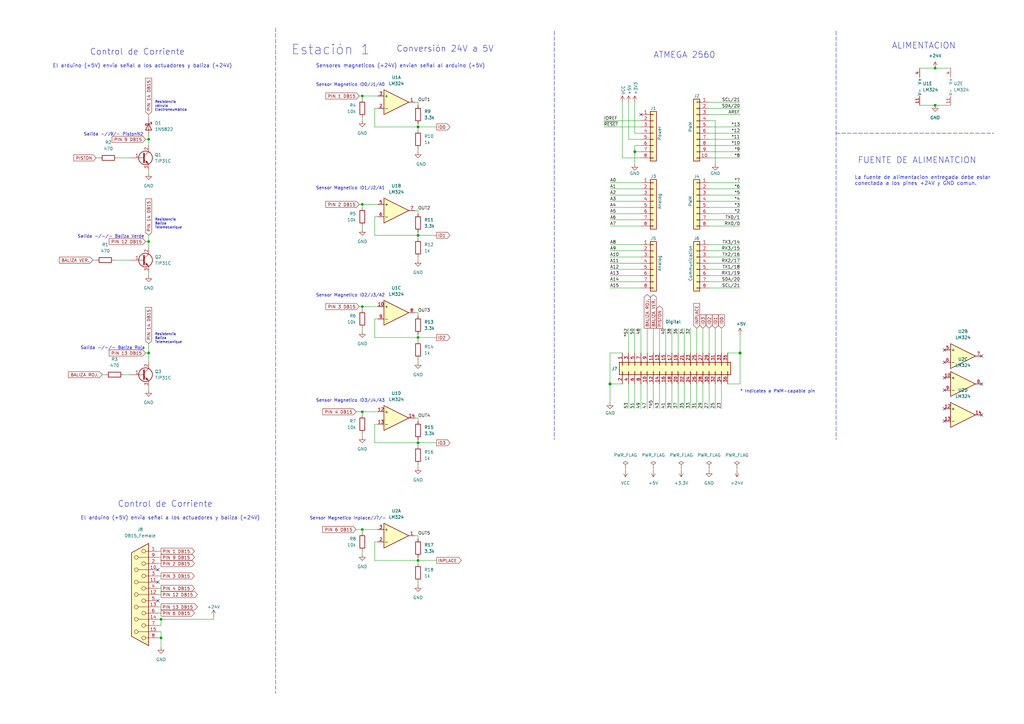
<source format=kicad_sch>
(kicad_sch (version 20211123) (generator eeschema)
  (paper "A3")
  (title_block (title "ESTACION 1 CINTA TRANSPORTADORA") (date "2022-08-11") (rev "Sebastian Parra M."))
  (lib_symbols
    (symbol "Amplifier_Operational:LM324" (pin_names (offset 0.127))
      (property "Reference" "U" (at 0 5.08 0))
      (property "Value" "LM324" (at 0 -5.08 0))
      (symbol "LM324_1_1"
        (pin output line (at 7.62 0 180) (length 2.54) (name "~") (number "1"))
        (pin input line (at -7.62 -2.54 0) (length 2.54) (name "-") (number "2"))
        (pin input line (at -7.62 2.54 0) (length 2.54) (name "+") (number "3"))
      )
      (symbol "LM324_2_1"
        (pin input line (at -7.62 2.54 0) (length 2.54) (name "+") (number "5"))
        (pin input line (at -7.62 -2.54 0) (length 2.54) (name "-") (number "6"))
        (pin output line (at 7.62 0 180) (length 2.54) (name "~") (number "7"))
      )
      (symbol "LM324_3_1"
        (pin input line (at -7.62 2.54 0) (length 2.54) (name "+") (number "10"))
        (pin output line (at 7.62 0 180) (length 2.54) (name "~") (number "8"))
        (pin input line (at -7.62 -2.54 0) (length 2.54) (name "-") (number "9"))
      )
      (symbol "LM324_4_1"
        (pin input line (at -7.62 2.54 0) (length 2.54) (name "+") (number "12"))
        (pin input line (at -7.62 -2.54 0) (length 2.54) (name "-") (number "13"))
        (pin output line (at 7.62 0 180) (length 2.54) (name "~") (number "14"))
      )
      (symbol "LM324_5_1"
        (pin power_in line (at -2.54 -7.62 90) (length 3.81) (name "V-") (number "11"))
        (pin power_in line (at -2.54 7.62 270) (length 3.81) (name "V+") (number "4"))
      )
    )
    (symbol "Connector:DB15_Female" (pin_names (offset 1.016) hide)
      (property "Reference" "J" (at 0.508 21.59 0))
      (property "Value" "DB15_Female" (at 0 -22.225 0))
      (symbol "DB15_Female_1_1"
        (pin passive line (at -7.62 17.78 0) (length 3.81) (name "1") (number "1"))
        (pin passive line (at -7.62 10.16 0) (length 3.81) (name "P10") (number "10"))
        (pin passive line (at -7.62 5.08 0) (length 3.81) (name "P111") (number "11"))
        (pin passive line (at -7.62 0 0) (length 3.81) (name "P12") (number "12"))
        (pin passive line (at -7.62 -5.08 0) (length 3.81) (name "P13") (number "13"))
        (pin passive line (at -7.62 -10.16 0) (length 3.81) (name "P14") (number "14"))
        (pin passive line (at -7.62 -15.24 0) (length 3.81) (name "P15") (number "15"))
        (pin passive line (at -7.62 12.7 0) (length 3.81) (name "2") (number "2"))
        (pin passive line (at -7.62 7.62 0) (length 3.81) (name "3") (number "3"))
        (pin passive line (at -7.62 2.54 0) (length 3.81) (name "4") (number "4"))
        (pin passive line (at -7.62 -2.54 0) (length 3.81) (name "5") (number "5"))
        (pin passive line (at -7.62 -7.62 0) (length 3.81) (name "6") (number "6"))
        (pin passive line (at -7.62 -12.7 0) (length 3.81) (name "7") (number "7"))
        (pin passive line (at -7.62 -17.78 0) (length 3.81) (name "8") (number "8"))
        (pin passive line (at -7.62 15.24 0) (length 3.81) (name "P9") (number "9"))
      )
    )
    (symbol "Connector_Generic:Conn_01x08" (pin_names (offset 1.016) hide)
      (property "Reference" "J" (at 0 10.16 0))
      (property "Value" "Conn_01x08" (at 0 -12.7 0))
      (symbol "Conn_01x08_1_1"
        (pin passive line (at -5.08 7.62 0) (length 3.81) (name "Pin_1") (number "1"))
        (pin passive line (at -5.08 5.08 0) (length 3.81) (name "Pin_2") (number "2"))
        (pin passive line (at -5.08 2.54 0) (length 3.81) (name "Pin_3") (number "3"))
        (pin passive line (at -5.08 0 0) (length 3.81) (name "Pin_4") (number "4"))
        (pin passive line (at -5.08 -2.54 0) (length 3.81) (name "Pin_5") (number "5"))
        (pin passive line (at -5.08 -5.08 0) (length 3.81) (name "Pin_6") (number "6"))
        (pin passive line (at -5.08 -7.62 0) (length 3.81) (name "Pin_7") (number "7"))
        (pin passive line (at -5.08 -10.16 0) (length 3.81) (name "Pin_8") (number "8"))
      )
    )
    (symbol "Connector_Generic:Conn_01x10" (pin_names (offset 1.016) hide)
      (property "Reference" "J" (at 0 12.7 0))
      (property "Value" "Conn_01x10" (at 0 -15.24 0))
      (symbol "Conn_01x10_1_1"
        (pin passive line (at -5.08 10.16 0) (length 3.81) (name "Pin_1") (number "1"))
        (pin passive line (at -5.08 -12.7 0) (length 3.81) (name "Pin_10") (number "10"))
        (pin passive line (at -5.08 7.62 0) (length 3.81) (name "Pin_2") (number "2"))
        (pin passive line (at -5.08 5.08 0) (length 3.81) (name "Pin_3") (number "3"))
        (pin passive line (at -5.08 2.54 0) (length 3.81) (name "Pin_4") (number "4"))
        (pin passive line (at -5.08 0 0) (length 3.81) (name "Pin_5") (number "5"))
        (pin passive line (at -5.08 -2.54 0) (length 3.81) (name "Pin_6") (number "6"))
        (pin passive line (at -5.08 -5.08 0) (length 3.81) (name "Pin_7") (number "7"))
        (pin passive line (at -5.08 -7.62 0) (length 3.81) (name "Pin_8") (number "8"))
        (pin passive line (at -5.08 -10.16 0) (length 3.81) (name "Pin_9") (number "9"))
      )
    )
    (symbol "Connector_Generic:Conn_02x18_Odd_Even" (pin_names (offset 1.016) hide)
      (property "Reference" "J" (at 1.27 22.86 0))
      (property "Value" "Conn_02x18_Odd_Even" (at 1.27 -25.4 0))
      (symbol "Conn_02x18_Odd_Even_1_1"
        (pin passive line (at -5.08 20.32 0) (length 3.81) (name "Pin_1") (number "1"))
        (pin passive line (at 7.62 10.16 180) (length 3.81) (name "Pin_10") (number "10"))
        (pin passive line (at -5.08 7.62 0) (length 3.81) (name "Pin_11") (number "11"))
        (pin passive line (at 7.62 7.62 180) (length 3.81) (name "Pin_12") (number "12"))
        (pin passive line (at -5.08 5.08 0) (length 3.81) (name "Pin_13") (number "13"))
        (pin passive line (at 7.62 5.08 180) (length 3.81) (name "Pin_14") (number "14"))
        (pin passive line (at -5.08 2.54 0) (length 3.81) (name "Pin_15") (number "15"))
        (pin passive line (at 7.62 2.54 180) (length 3.81) (name "Pin_16") (number "16"))
        (pin passive line (at -5.08 0 0) (length 3.81) (name "Pin_17") (number "17"))
        (pin passive line (at 7.62 0 180) (length 3.81) (name "Pin_18") (number "18"))
        (pin passive line (at -5.08 -2.54 0) (length 3.81) (name "Pin_19") (number "19"))
        (pin passive line (at 7.62 20.32 180) (length 3.81) (name "Pin_2") (number "2"))
        (pin passive line (at 7.62 -2.54 180) (length 3.81) (name "Pin_20") (number "20"))
        (pin passive line (at -5.08 -5.08 0) (length 3.81) (name "Pin_21") (number "21"))
        (pin passive line (at 7.62 -5.08 180) (length 3.81) (name "Pin_22") (number "22"))
        (pin passive line (at -5.08 -7.62 0) (length 3.81) (name "Pin_23") (number "23"))
        (pin passive line (at 7.62 -7.62 180) (length 3.81) (name "Pin_24") (number "24"))
        (pin passive line (at -5.08 -10.16 0) (length 3.81) (name "Pin_25") (number "25"))
        (pin passive line (at 7.62 -10.16 180) (length 3.81) (name "Pin_26") (number "26"))
        (pin passive line (at -5.08 -12.7 0) (length 3.81) (name "Pin_27") (number "27"))
        (pin passive line (at 7.62 -12.7 180) (length 3.81) (name "Pin_28") (number "28"))
        (pin passive line (at -5.08 -15.24 0) (length 3.81) (name "Pin_29") (number "29"))
        (pin passive line (at -5.08 17.78 0) (length 3.81) (name "Pin_3") (number "3"))
        (pin passive line (at 7.62 -15.24 180) (length 3.81) (name "Pin_30") (number "30"))
        (pin passive line (at -5.08 -17.78 0) (length 3.81) (name "Pin_31") (number "31"))
        (pin passive line (at 7.62 -17.78 180) (length 3.81) (name "Pin_32") (number "32"))
        (pin passive line (at -5.08 -20.32 0) (length 3.81) (name "Pin_33") (number "33"))
        (pin passive line (at 7.62 -20.32 180) (length 3.81) (name "Pin_34") (number "34"))
        (pin passive line (at -5.08 -22.86 0) (length 3.81) (name "Pin_35") (number "35"))
        (pin passive line (at 7.62 -22.86 180) (length 3.81) (name "Pin_36") (number "36"))
        (pin passive line (at 7.62 17.78 180) (length 3.81) (name "Pin_4") (number "4"))
        (pin passive line (at -5.08 15.24 0) (length 3.81) (name "Pin_5") (number "5"))
        (pin passive line (at 7.62 15.24 180) (length 3.81) (name "Pin_6") (number "6"))
        (pin passive line (at -5.08 12.7 0) (length 3.81) (name "Pin_7") (number "7"))
        (pin passive line (at 7.62 12.7 180) (length 3.81) (name "Pin_8") (number "8"))
        (pin passive line (at -5.08 10.16 0) (length 3.81) (name "Pin_9") (number "9"))
      )
    )
    (symbol "Device:R" (pin_numbers hide) (pin_names (offset 0))
      (property "Reference" "R" (at 2.032 0 90))
      (property "Value" "R" (at 0 0 90))
      (symbol "R_1_1"
        (pin passive line (at 0 3.81 270) (length 1.27) (name "~") (number "1"))
        (pin passive line (at 0 -3.81 90) (length 1.27) (name "~") (number "2"))
      )
    )
    (symbol "Diode:1N5822" (pin_numbers hide) (pin_names (offset 1.016) hide)
      (property "Reference" "D" (at 0 2.54 0))
      (property "Value" "1N5822" (at 0 -2.54 0))
      (symbol "1N5822_1_1"
        (pin passive line (at -3.81 0 0) (length 2.54) (name "K") (number "1"))
        (pin passive line (at 3.81 0 180) (length 2.54) (name "A") (number "2"))
      )
    )
    (symbol "Transistor_BJT:TIP41C" (pin_names (offset 0) hide)
      (property "Reference" "Q" (at 6.35 1.905 0))
      (property "Value" "TIP41C" (at 6.35 0 0))
      (symbol "TIP41C_1_1"
        (pin input line (at -5.08 0 0) (length 5.715) (name "B") (number "1"))
        (pin passive line (at 2.54 5.08 270) (length 2.54) (name "C") (number "2"))
        (pin passive line (at 2.54 -5.08 90) (length 2.54) (name "E") (number "3"))
      )
    )
    (symbol "power:+24V" (power) (pin_names (offset 0))
      (property "Value" "+24V" (at 0 3.556 0))
      (symbol "+24V_1_1"
        (pin power_in line (at 0 0 90) (length 0) hide (name "+24V") (number "1"))
      )
    )
    (symbol "power:+3.3V" (power) (pin_names (offset 0))
      (property "Value" "+3.3V" (at 0 3.556 0))
      (symbol "+3.3V_1_1"
        (pin power_in line (at 0 0 90) (length 0) hide (name "+3.3V") (number "1"))
      )
    )
    (symbol "power:+3V3" (power) (pin_names (offset 0))
      (property "Value" "+3V3" (at 0 3.556 0))
      (symbol "+3V3_1_1"
        (pin power_in line (at 0 0 90) (length 0) hide (name "+3V3") (number "1"))
      )
    )
    (symbol "power:+5V" (power) (pin_names (offset 0))
      (property "Value" "+5V" (at 0 3.556 0))
      (symbol "+5V_1_1"
        (pin power_in line (at 0 0 90) (length 0) hide (name "+5V") (number "1"))
      )
    )
    (symbol "power:GND" (power) (pin_names (offset 0))
      (property "Value" "GND" (at 0 -3.81 0))
      (symbol "GND_1_1"
        (pin power_in line (at 0 0 270) (length 0) hide (name "GND") (number "1"))
      )
    )
    (symbol "power:PWR_FLAG" (power) (pin_numbers hide) (pin_names (offset 0) hide)
      (property "Value" "PWR_FLAG" (at 0 3.81 0))
      (symbol "PWR_FLAG_0_0"
        (pin power_out line (at 0 0 90) (length 0) (name "pwr") (number "1"))
      )
    )
    (symbol "power:VCC" (power) (pin_names (offset 0))
      (property "Value" "VCC" (at 0 3.81 0))
      (symbol "VCC_1_1"
        (pin power_in line (at 0 0 90) (length 0) hide (name "VCC") (number "1"))
      )
    )
  )
  (junction (at 250.19 157.48) (diameter 1.016))
  (junction (at 148.59 217.17))
  (junction (at 148.59 83.82))
  (junction (at 60.96 99.06))
  (junction (at 148.59 125.73))
  (junction (at 171.45 52.07))
  (junction (at 260.35 62.23) (diameter 1.016))
  (junction (at 66.04 261.62))
  (junction (at 171.45 138.43))
  (junction (at 148.59 168.91))
  (junction (at 66.04 254))
  (junction (at 383.54 27.94))
  (junction (at 60.96 144.78))
  (junction (at 60.96 57.15))
  (junction (at 171.45 181.61))
  (junction (at 383.54 43.18))
  (junction (at 148.59 39.37))
  (junction (at 303.53 144.78) (diameter 1.016))
  (junction (at 171.45 96.52))
  (junction (at 171.45 229.87))
  (no_connect (at 64.77 246.38))
  (no_connect (at 64.77 238.76))
  (no_connect (at 387.35 172.72))
  (no_connect (at 387.35 148.59))
  (no_connect (at 402.59 170.18))
  (no_connect (at 402.59 157.48))
  (no_connect (at 387.35 160.02))
  (no_connect (at 387.35 167.64))
  (no_connect (at 387.35 143.51))
  (no_connect (at 387.35 154.94))
  (no_connect (at 402.59 146.05))
  (no_connect (at 64.77 233.68))
  (no_connect (at 262.89 46.99))
  (wire (pts (xy 290.83 92.71) (xy 303.53 92.71)))
  (polyline (pts (xy 342.9 12.7) (xy 342.9 180.34)))
  (wire (pts (xy 148.59 85.09) (xy 148.59 83.82)))
  (wire (pts (xy 377.19 43.18) (xy 383.54 43.18)))
  (wire (pts (xy 153.67 229.87) (xy 171.45 229.87)))
  (wire (pts (xy 279.4 191.77) (xy 279.4 193.04)))
  (wire (pts (xy 66.04 228.6) (xy 64.77 228.6)))
  (wire (pts (xy 250.19 92.71) (xy 262.89 92.71)))
  (wire (pts (xy 148.59 218.44) (xy 148.59 217.17)))
  (wire (pts (xy 153.67 96.52) (xy 171.45 96.52)))
  (wire (pts (xy 148.59 39.37) (xy 154.94 39.37)))
  (wire (pts (xy 290.83 59.69) (xy 303.53 59.69)))
  (wire (pts (xy 273.05 134.62) (xy 273.05 144.78)))
  (wire (pts (xy 59.69 99.06) (xy 60.96 99.06)))
  (wire (pts (xy 153.67 88.9) (xy 154.94 88.9)))
  (wire (pts (xy 66.04 243.84) (xy 64.77 243.84)))
  (wire (pts (xy 290.83 191.77) (xy 290.83 193.04)))
  (wire (pts (xy 290.83 41.91) (xy 303.53 41.91)))
  (wire (pts (xy 153.67 138.43) (xy 153.67 130.81)))
  (wire (pts (xy 275.59 134.62) (xy 275.59 144.78)))
  (wire (pts (xy 171.45 219.71) (xy 171.45 220.98)))
  (wire (pts (xy 303.53 144.78) (xy 303.53 157.48)))
  (wire (pts (xy 383.54 27.94) (xy 389.89 27.94)))
  (wire (pts (xy 66.04 261.62) (xy 66.04 265.43)))
  (wire (pts (xy 171.45 171.45) (xy 171.45 172.72)))
  (wire (pts (xy 255.27 144.78) (xy 250.19 144.78)))
  (wire (pts (xy 171.45 41.91) (xy 170.18 41.91)))
  (wire (pts (xy 48.26 64.77) (xy 53.34 64.77)))
  (wire (pts (xy 171.45 139.7) (xy 171.45 138.43)))
  (wire (pts (xy 179.07 96.52) (xy 171.45 96.52)))
  (wire (pts (xy 290.83 105.41) (xy 303.53 105.41)))
  (wire (pts (xy 260.35 59.69) (xy 260.35 62.23)))
  (wire (pts (xy 39.37 64.77) (xy 40.64 64.77)))
  (wire (pts (xy 171.45 228.6) (xy 171.45 229.87)))
  (wire (pts (xy 170.18 128.27) (xy 171.45 128.27)))
  (wire (pts (xy 171.45 240.03) (xy 171.45 238.76)))
  (wire (pts (xy 60.96 111.76) (xy 60.96 113.03)))
  (wire (pts (xy 278.13 157.48) (xy 278.13 167.64)))
  (wire (pts (xy 250.19 87.63) (xy 262.89 87.63)))
  (wire (pts (xy 147.32 125.73) (xy 148.59 125.73)))
  (wire (pts (xy 60.96 96.52) (xy 60.96 99.06)))
  (wire (pts (xy 148.59 227.33) (xy 148.59 226.06)))
  (wire (pts (xy 179.07 52.07) (xy 171.45 52.07)))
  (wire (pts (xy 283.21 134.62) (xy 283.21 144.78)))
  (wire (pts (xy 260.35 134.62) (xy 260.35 144.78)))
  (wire (pts (xy 295.91 134.62) (xy 295.91 144.78)))
  (wire (pts (xy 153.67 173.99) (xy 154.94 173.99)))
  (wire (pts (xy 147.32 39.37) (xy 148.59 39.37)))
  (wire (pts (xy 66.04 226.06) (xy 64.77 226.06)))
  (wire (pts (xy 260.35 62.23) (xy 260.35 67.31)))
  (wire (pts (xy 153.67 181.61) (xy 153.67 173.99)))
  (wire (pts (xy 290.83 157.48) (xy 290.83 167.64)))
  (polyline (pts (xy 113.03 11.43) (xy 113.03 284.48)))
  (wire (pts (xy 260.35 54.61) (xy 262.89 54.61)))
  (wire (pts (xy 66.04 251.46) (xy 64.77 251.46)))
  (wire (pts (xy 270.51 134.62) (xy 270.51 144.78)))
  (wire (pts (xy 153.67 222.25) (xy 154.94 222.25)))
  (wire (pts (xy 257.81 57.15) (xy 262.89 57.15)))
  (wire (pts (xy 280.67 157.48) (xy 280.67 167.64)))
  (polyline (pts (xy 342.9 54.61) (xy 407.67 54.61)))
  (wire (pts (xy 171.45 191.77) (xy 171.45 190.5)))
  (wire (pts (xy 257.81 41.91) (xy 257.81 57.15)))
  (wire (pts (xy 250.19 118.11) (xy 262.89 118.11)))
  (wire (pts (xy 265.43 157.48) (xy 265.43 167.64)))
  (wire (pts (xy 288.29 157.48) (xy 288.29 167.64)))
  (wire (pts (xy 60.96 55.88) (xy 60.96 57.15)))
  (wire (pts (xy 148.59 93.98) (xy 148.59 92.71)))
  (wire (pts (xy 290.83 52.07) (xy 303.53 52.07)))
  (wire (pts (xy 60.96 158.75) (xy 60.96 160.02)))
  (wire (pts (xy 260.35 41.91) (xy 260.35 54.61)))
  (wire (pts (xy 290.83 74.93) (xy 303.53 74.93)))
  (wire (pts (xy 38.1 106.68) (xy 39.37 106.68)))
  (wire (pts (xy 171.45 182.88) (xy 171.45 181.61)))
  (wire (pts (xy 262.89 74.93) (xy 250.19 74.93)))
  (wire (pts (xy 290.83 54.61) (xy 303.53 54.61)))
  (wire (pts (xy 262.89 115.57) (xy 250.19 115.57)))
  (wire (pts (xy 171.45 106.68) (xy 171.45 105.41)))
  (wire (pts (xy 290.83 77.47) (xy 303.53 77.47)))
  (wire (pts (xy 66.04 259.08) (xy 66.04 261.62)))
  (wire (pts (xy 50.8 153.67) (xy 53.34 153.67)))
  (wire (pts (xy 148.59 49.53) (xy 148.59 48.26)))
  (polyline (pts (xy 227.33 12.7) (xy 227.33 180.34)))
  (wire (pts (xy 290.83 113.03) (xy 303.53 113.03)))
  (wire (pts (xy 87.63 252.73) (xy 87.63 254)))
  (wire (pts (xy 64.77 261.62) (xy 66.04 261.62)))
  (wire (pts (xy 280.67 134.62) (xy 280.67 144.78)))
  (wire (pts (xy 250.19 144.78) (xy 250.19 157.48)))
  (wire (pts (xy 60.96 71.12) (xy 60.96 69.85)))
  (wire (pts (xy 148.59 179.07) (xy 148.59 177.8)))
  (wire (pts (xy 267.97 191.77) (xy 267.97 193.04)))
  (wire (pts (xy 265.43 134.62) (xy 265.43 144.78)))
  (wire (pts (xy 255.27 157.48) (xy 250.19 157.48)))
  (wire (pts (xy 179.07 181.61) (xy 171.45 181.61)))
  (wire (pts (xy 148.59 135.89) (xy 148.59 134.62)))
  (wire (pts (xy 60.96 46.99) (xy 60.96 48.26)))
  (wire (pts (xy 377.19 27.94) (xy 383.54 27.94)))
  (wire (pts (xy 290.83 62.23) (xy 303.53 62.23)))
  (wire (pts (xy 288.29 134.62) (xy 288.29 144.78)))
  (wire (pts (xy 59.69 144.78) (xy 60.96 144.78)))
  (wire (pts (xy 171.45 180.34) (xy 171.45 181.61)))
  (wire (pts (xy 285.75 134.62) (xy 285.75 144.78)))
  (wire (pts (xy 267.97 157.48) (xy 267.97 167.64)))
  (wire (pts (xy 285.75 157.48) (xy 285.75 167.64)))
  (wire (pts (xy 262.89 157.48) (xy 262.89 167.64)))
  (wire (pts (xy 293.37 134.62) (xy 293.37 144.78)))
  (wire (pts (xy 290.83 82.55) (xy 303.53 82.55)))
  (wire (pts (xy 148.59 217.17) (xy 154.94 217.17)))
  (wire (pts (xy 64.77 254) (xy 66.04 254)))
  (wire (pts (xy 273.05 157.48) (xy 273.05 167.64)))
  (wire (pts (xy 171.45 87.63) (xy 171.45 86.36)))
  (wire (pts (xy 267.97 134.62) (xy 267.97 144.78)))
  (wire (pts (xy 171.45 86.36) (xy 170.18 86.36)))
  (wire (pts (xy 66.04 231.14) (xy 64.77 231.14)))
  (wire (pts (xy 179.07 229.87) (xy 171.45 229.87)))
  (wire (pts (xy 247.65 49.53) (xy 262.89 49.53)))
  (wire (pts (xy 148.59 40.64) (xy 148.59 39.37)))
  (wire (pts (xy 153.67 96.52) (xy 153.67 88.9)))
  (wire (pts (xy 64.77 259.08) (xy 66.04 259.08)))
  (wire (pts (xy 171.45 62.23) (xy 171.45 60.96)))
  (wire (pts (xy 290.83 102.87) (xy 303.53 102.87)))
  (wire (pts (xy 303.53 137.16) (xy 303.53 144.78)))
  (wire (pts (xy 293.37 49.53) (xy 293.37 67.31)))
  (wire (pts (xy 66.04 248.92) (xy 64.77 248.92)))
  (wire (pts (xy 290.83 118.11) (xy 303.53 118.11)))
  (wire (pts (xy 148.59 168.91) (xy 154.94 168.91)))
  (wire (pts (xy 290.83 46.99) (xy 303.53 46.99)))
  (wire (pts (xy 298.45 144.78) (xy 303.53 144.78)))
  (wire (pts (xy 290.83 110.49) (xy 303.53 110.49)))
  (wire (pts (xy 171.45 50.8) (xy 171.45 52.07)))
  (wire (pts (xy 250.19 107.95) (xy 262.89 107.95)))
  (wire (pts (xy 262.89 80.01) (xy 250.19 80.01)))
  (wire (pts (xy 247.65 52.07) (xy 262.89 52.07)))
  (wire (pts (xy 290.83 100.33) (xy 303.53 100.33)))
  (wire (pts (xy 66.04 256.54) (xy 66.04 254)))
  (wire (pts (xy 262.89 62.23) (xy 260.35 62.23)))
  (wire (pts (xy 148.59 83.82) (xy 154.94 83.82)))
  (wire (pts (xy 60.96 99.06) (xy 60.96 101.6)))
  (wire (pts (xy 153.67 44.45) (xy 154.94 44.45)))
  (wire (pts (xy 171.45 128.27) (xy 171.45 129.54)))
  (wire (pts (xy 66.04 236.22) (xy 64.77 236.22)))
  (wire (pts (xy 153.67 52.07) (xy 171.45 52.07)))
  (wire (pts (xy 262.89 64.77) (xy 255.27 64.77)))
  (wire (pts (xy 257.81 134.62) (xy 257.81 144.78)))
  (wire (pts (xy 153.67 138.43) (xy 171.45 138.43)))
  (wire (pts (xy 250.19 77.47) (xy 262.89 77.47)))
  (wire (pts (xy 60.96 140.97) (xy 60.96 144.78)))
  (wire (pts (xy 260.35 157.48) (xy 260.35 167.64)))
  (wire (pts (xy 179.07 138.43) (xy 171.45 138.43)))
  (wire (pts (xy 171.45 231.14) (xy 171.45 229.87)))
  (wire (pts (xy 46.99 106.68) (xy 53.34 106.68)))
  (wire (pts (xy 283.21 157.48) (xy 283.21 167.64)))
  (wire (pts (xy 60.96 144.78) (xy 60.96 148.59)))
  (wire (pts (xy 262.89 105.41) (xy 250.19 105.41)))
  (wire (pts (xy 171.45 95.25) (xy 171.45 96.52)))
  (wire (pts (xy 257.81 157.48) (xy 257.81 167.64)))
  (wire (pts (xy 290.83 107.95) (xy 303.53 107.95)))
  (wire (pts (xy 290.83 49.53) (xy 293.37 49.53)))
  (wire (pts (xy 275.59 157.48) (xy 275.59 167.64)))
  (wire (pts (xy 171.45 137.16) (xy 171.45 138.43)))
  (wire (pts (xy 153.67 181.61) (xy 171.45 181.61)))
  (wire (pts (xy 153.67 229.87) (xy 153.67 222.25)))
  (wire (pts (xy 171.45 53.34) (xy 171.45 52.07)))
  (wire (pts (xy 262.89 59.69) (xy 260.35 59.69)))
  (wire (pts (xy 250.19 113.03) (xy 262.89 113.03)))
  (wire (pts (xy 147.32 83.82) (xy 148.59 83.82)))
  (wire (pts (xy 290.83 134.62) (xy 290.83 144.78)))
  (wire (pts (xy 66.04 254) (xy 87.63 254)))
  (wire (pts (xy 290.83 57.15) (xy 303.53 57.15)))
  (wire (pts (xy 170.18 219.71) (xy 171.45 219.71)))
  (wire (pts (xy 278.13 134.62) (xy 278.13 144.78)))
  (wire (pts (xy 170.18 171.45) (xy 171.45 171.45)))
  (wire (pts (xy 250.19 102.87) (xy 262.89 102.87)))
  (wire (pts (xy 148.59 170.18) (xy 148.59 168.91)))
  (wire (pts (xy 148.59 125.73) (xy 154.94 125.73)))
  (wire (pts (xy 290.83 80.01) (xy 303.53 80.01)))
  (wire (pts (xy 250.19 82.55) (xy 262.89 82.55)))
  (wire (pts (xy 262.89 134.62) (xy 262.89 144.78)))
  (wire (pts (xy 66.04 241.3) (xy 64.77 241.3)))
  (wire (pts (xy 290.83 115.57) (xy 303.53 115.57)))
  (wire (pts (xy 60.96 57.15) (xy 60.96 59.69)))
  (wire (pts (xy 59.69 57.15) (xy 60.96 57.15)))
  (wire (pts (xy 303.53 157.48) (xy 298.45 157.48)))
  (wire (pts (xy 302.26 191.77) (xy 302.26 193.04)))
  (wire (pts (xy 153.67 130.81) (xy 154.94 130.81)))
  (wire (pts (xy 262.89 100.33) (xy 250.19 100.33)))
  (wire (pts (xy 41.91 153.67) (xy 43.18 153.67)))
  (wire (pts (xy 295.91 157.48) (xy 295.91 167.64)))
  (wire (pts (xy 290.83 44.45) (xy 303.53 44.45)))
  (wire (pts (xy 293.37 157.48) (xy 293.37 167.64)))
  (wire (pts (xy 383.54 43.18) (xy 389.89 43.18)))
  (wire (pts (xy 290.83 87.63) (xy 303.53 87.63)))
  (wire (pts (xy 290.83 85.09) (xy 303.53 85.09)))
  (wire (pts (xy 270.51 157.48) (xy 270.51 167.64)))
  (wire (pts (xy 146.05 168.91) (xy 148.59 168.91)))
  (wire (pts (xy 171.45 43.18) (xy 171.45 41.91)))
  (wire (pts (xy 64.77 256.54) (xy 66.04 256.54)))
  (wire (pts (xy 171.45 97.79) (xy 171.45 96.52)))
  (wire (pts (xy 256.54 191.77) (xy 256.54 193.04)))
  (wire (pts (xy 146.05 217.17) (xy 148.59 217.17)))
  (wire (pts (xy 290.83 90.17) (xy 303.53 90.17)))
  (wire (pts (xy 262.89 110.49) (xy 250.19 110.49)))
  (wire (pts (xy 148.59 127) (xy 148.59 125.73)))
  (wire (pts (xy 255.27 64.77) (xy 255.27 41.91)))
  (wire (pts (xy 250.19 157.48) (xy 250.19 165.1)))
  (wire (pts (xy 262.89 90.17) (xy 250.19 90.17)))
  (wire (pts (xy 171.45 148.59) (xy 171.45 147.32)))
  (wire (pts (xy 153.67 52.07) (xy 153.67 44.45)))
  (wire (pts (xy 262.89 85.09) (xy 250.19 85.09)))
  (wire (pts (xy 290.83 64.77) (xy 303.53 64.77)))
  (text "Conversión 24V a 5V" (at 162.56 21.59 0) (effects (font (size 2.5 2.5)) (justify left bottom)))
  (text "Control de Corriente " (at 48.26 208.28 0) (effects (font (size 2.5 2.5)) (justify left bottom)))
  (text "Resistencia \nBaliza \nTelemecanique\n" (at 63.5 140.97 0) (effects (font (size 1 1)) (justify left bottom)))
  (text "Sensor Magnetico Inplace/J7/-" (at 127 213.36 0) (effects (font (size 1.27 1.27)) (justify left bottom)))
  (text "El arduino (+5V) envia señal a los actuadores y baliza (+24V)" (at 21.59 27.94 0) (effects (font (size 1.5 1.5)) (justify left bottom)))
  (text "Sensor Magnetico ID2/J3/A2" (at 129.54 121.92 0) (effects (font (size 1.27 1.27)) (justify left bottom)))
  (text "Resistencia \nBaliza \nTelemecanique\n" (at 63.5 93.98 0) (effects (font (size 1 1)) (justify left bottom)))
  (text "Sensor Magnetico ID1/J2/A1\n\n" (at 129.54 80.01 0) (effects (font (size 1.27 1.27)) (justify left bottom)))
  (text "El arduino (+5V) envia señal a los actuadores y baliza (+24V)" (at 33.02 213.36 0) (effects (font (size 1.5 1.5)) (justify left bottom)))
  (text "Estación 1" (at 119.38 22.86 0) (effects (font (size 4 4)) (justify left bottom)))
  (text "Salida -/-/- Baliza Verde" (at 31.75 97.79 0) (effects (font (size 1.27 1.27)) (justify left bottom)))
  (text "Sensor Magnetico ID0/J1/A0" (at 129.54 35.56 0) (effects (font (size 1.27 1.27)) (justify left bottom)))
  (text "Salida -/-/- Baliza Roja" (at 33.02 143.51 0) (effects (font (size 1.27 1.27)) (justify left bottom)))
  (text "Control de Corriente " (at 36.83 22.86 0) (effects (font (size 2.5 2.5)) (justify left bottom)))
  (text "Sensores magneticos (+24V) envian señal al arduino (+5V)" (at 129.54 27.94 0) (effects (font (size 1.5 1.5)) (justify left bottom)))
  (text "Resistencia \nválvula\nElectroneumática" (at 63.5 45.72 0) (effects (font (size 1 1)) (justify left bottom)))
  (text "FUENTE DE ALIMENATCION " (at 351.79 67.31 0) (effects (font (size 2.5 2.5)) (justify left bottom)))
  (text "ATMEGA 2560" (at 267.97 24.13 0) (effects (font (size 2.5 2.5)) (justify left bottom)))
  (text "Salida -/J9/- PistonN2" (at 34.29 55.88 0) (effects (font (size 1.27 1.27)) (justify left bottom)))
  (text "Sensor Magnetico ID3/J4/A3" (at 129.54 165.1 0) (effects (font (size 1.27 1.27)) (justify left bottom)))
  (text "* Indicates a PWM-capable pin" (at 303.53 161.29 0) (effects (font (size 1.27 1.27)) (justify left bottom)))
  (text "ALIMENTACION" (at 365.76 20.32 0) (effects (font (size 2.5 2.5)) (justify left bottom)))
  (text "La fuente de alimentacion entregada debe estar \nconectada a los pines +24V y GND comun." (at 350.52 76.2 0) (effects (font (size 1.5 1.5)) (justify left bottom)))
  (label "A10" (at 250.19 105.41 0))
  (label "RX0{slash}0" (at 303.53 92.71 180))
  (label "A15" (at 250.19 118.11 0))
  (label "A2" (at 250.19 80.01 0))
  (label "RX2{slash}17" (at 303.53 107.95 180))
  (label "*4" (at 303.53 82.55 180))
  (label "SDA{slash}20" (at 303.53 115.57 180))
  (label "31" (at 285.75 167.64 90))
  (label "33" (at 283.21 167.64 90))
  (label "36" (at 278.13 134.62 270))
  (label "*2" (at 303.53 87.63 180))
  (label "OUT1" (at 171.45 41.91 0))
  (label "TX1{slash}18" (at 303.53 110.49 180))
  (label "A3" (at 250.19 82.55 0))
  (label "OUT3" (at 171.45 128.27 0))
  (label "*13" (at 303.53 52.07 180))
  (label "*52" (at 257.81 134.62 270))
  (label "*12" (at 303.53 54.61 180))
  (label "40" (at 273.05 134.62 270))
  (label "~{RESET}" (at 247.65 52.07 0))
  (label "35" (at 280.67 167.64 90))
  (label "OUT5" (at 171.45 219.71 0))
  (label "*10" (at 303.53 59.69 180))
  (label "23" (at 295.91 167.64 90))
  (label "29" (at 288.29 167.64 90))
  (label "A13" (at 250.19 113.03 0))
  (label "41" (at 273.05 167.64 90))
  (label "47" (at 265.43 167.64 90))
  (label "34" (at 280.67 134.62 270))
  (label "*45" (at 267.97 167.64 90))
  (label "38" (at 275.59 134.62 270))
  (label "51" (at 260.35 167.64 90))
  (label "*7" (at 303.53 74.93 180))
  (label "SDA{slash}20" (at 303.53 44.45 180))
  (label "*8" (at 303.53 64.77 180))
  (label "A9" (at 250.19 102.87 0))
  (label "*11" (at 303.53 57.15 180))
  (label "*3" (at 303.53 85.09 180))
  (label "A6" (at 250.19 90.17 0))
  (label "A1" (at 250.19 77.47 0))
  (label "53" (at 257.81 167.64 90))
  (label "TX0{slash}1" (at 303.53 90.17 180))
  (label "RX1{slash}19" (at 303.53 113.03 180))
  (label "A0" (at 250.19 74.93 0))
  (label "AREF" (at 303.53 46.99 180))
  (label "A14" (at 250.19 115.57 0))
  (label "39" (at 275.59 167.64 90))
  (label "A8" (at 250.19 100.33 0))
  (label "27" (at 290.83 167.64 90))
  (label "37" (at 278.13 167.64 90))
  (label "25" (at 293.37 167.64 90))
  (label "*6" (at 303.53 77.47 180))
  (label "SCL{slash}21" (at 303.53 41.91 180))
  (label "*9" (at 303.53 62.23 180))
  (label "50" (at 260.35 134.62 270))
  (label "TX2{slash}16" (at 303.53 105.41 180))
  (label "*5" (at 303.53 80.01 180))
  (label "IOREF" (at 247.65 49.53 0))
  (label "OUT2" (at 171.45 86.36 0))
  (label "OUT4" (at 171.45 171.45 0))
  (label "A7" (at 250.19 92.71 0))
  (label "A11" (at 250.19 107.95 0))
  (label "A4" (at 250.19 85.09 0))
  (label "49" (at 262.89 167.64 90))
  (label "A5" (at 250.19 87.63 0))
  (label "RX3{slash}15" (at 303.53 102.87 180))
  (label "TX3{slash}14" (at 303.53 100.33 180))
  (label "32" (at 283.21 134.62 270))
  (label "43" (at 270.51 167.64 90))
  (label "A12" (at 250.19 110.49 0))
  (label "SCL{slash}21" (at 303.53 118.11 180))
  (label "48" (at 262.89 134.62 270))
  (global_label "PIN 14 DB15" (shape input) (at 60.96 140.97 90) (property "Intersheet References" "${INTERSHEET_REFS}" (effects hide)))
  (global_label "PIN 12 DB15" (shape output) (at 66.04 243.84 0) (property "Intersheet References" "${INTERSHEET_REFS}" (effects hide)))
  (global_label "PIN 6 DB15" (shape output) (at 66.04 251.46 0) (property "Intersheet References" "${INTERSHEET_REFS}" (effects hide)))
  (global_label "BALIZA ROJ." (shape output) (at 265.43 134.62 90) (property "Intersheet References" "${INTERSHEET_REFS}" (effects hide)))
  (global_label "ID3" (shape output) (at 179.07 181.61 0) (property "Intersheet References" "${INTERSHEET_REFS}" (effects hide)))
  (global_label "PIN 4 DB15" (shape output) (at 66.04 241.3 0) (property "Intersheet References" "${INTERSHEET_REFS}" (effects hide)))
  (global_label "PIN 2 DB15" (shape output) (at 66.04 231.14 0) (property "Intersheet References" "${INTERSHEET_REFS}" (effects hide)))
  (global_label "ID0" (shape input) (at 295.91 134.62 90) (property "Intersheet References" "${INTERSHEET_REFS}" (effects hide)))
  (global_label "INPLACE" (shape input) (at 285.75 134.62 90) (property "Intersheet References" "${INTERSHEET_REFS}" (effects hide)))
  (global_label "PIN 2 DB15" (shape input) (at 147.32 83.82 180) (property "Intersheet References" "${INTERSHEET_REFS}" (effects hide)))
  (global_label "PIN 14 DB15" (shape input) (at 60.96 46.99 90) (property "Intersheet References" "${INTERSHEET_REFS}" (effects hide)))
  (global_label "ID2" (shape input) (at 290.83 134.62 90) (property "Intersheet References" "${INTERSHEET_REFS}" (effects hide)))
  (global_label "PIN 1 DB15" (shape input) (at 147.32 39.37 180) (property "Intersheet References" "${INTERSHEET_REFS}" (effects hide)))
  (global_label "PIN 13 DB15" (shape input) (at 59.69 144.78 180) (property "Intersheet References" "${INTERSHEET_REFS}" (effects hide)))
  (global_label "ID1" (shape input) (at 293.37 134.62 90) (property "Intersheet References" "${INTERSHEET_REFS}" (effects hide)))
  (global_label "ID1" (shape output) (at 179.07 96.52 0) (property "Intersheet References" "${INTERSHEET_REFS}" (effects hide)))
  (global_label "PISTON" (shape input) (at 39.37 64.77 180) (property "Intersheet References" "${INTERSHEET_REFS}" (effects hide)))
  (global_label "BALIZA VER." (shape output) (at 267.97 134.62 90) (property "Intersheet References" "${INTERSHEET_REFS}" (effects hide)))
  (global_label "ID0" (shape output) (at 179.07 52.07 0) (property "Intersheet References" "${INTERSHEET_REFS}" (effects hide)))
  (global_label "PIN 3 DB15" (shape input) (at 147.32 125.73 180) (property "Intersheet References" "${INTERSHEET_REFS}" (effects hide)))
  (global_label "PISTON" (shape output) (at 270.51 134.62 90) (property "Intersheet References" "${INTERSHEET_REFS}" (effects hide)))
  (global_label "PIN 9 DB15" (shape input) (at 59.69 57.15 180) (property "Intersheet References" "${INTERSHEET_REFS}" (effects hide)))
  (global_label "PIN 14 DB15" (shape input) (at 60.96 96.52 90) (property "Intersheet References" "${INTERSHEET_REFS}" (effects hide)))
  (global_label "ID2" (shape output) (at 179.07 138.43 0) (property "Intersheet References" "${INTERSHEET_REFS}" (effects hide)))
  (global_label "PIN 3 DB15" (shape output) (at 66.04 236.22 0) (property "Intersheet References" "${INTERSHEET_REFS}" (effects hide)))
  (global_label "PIN 6 DB15" (shape input) (at 146.05 217.17 180) (property "Intersheet References" "${INTERSHEET_REFS}" (effects hide)))
  (global_label "INPLACE" (shape output) (at 179.07 229.87 0) (property "Intersheet References" "${INTERSHEET_REFS}" (effects hide)))
  (global_label "BALIZA ROJ." (shape input) (at 41.91 153.67 180) (property "Intersheet References" "${INTERSHEET_REFS}" (effects hide)))
  (global_label "BALIZA VER." (shape input) (at 38.1 106.68 180) (property "Intersheet References" "${INTERSHEET_REFS}" (effects hide)))
  (global_label "PIN 13 DB15" (shape output) (at 66.04 248.92 0) (property "Intersheet References" "${INTERSHEET_REFS}" (effects hide)))
  (global_label "PIN 1 DB15" (shape output) (at 66.04 226.06 0) (property "Intersheet References" "${INTERSHEET_REFS}" (effects hide)))
  (global_label "PIN 9 DB15" (shape output) (at 66.04 228.6 0) (property "Intersheet References" "${INTERSHEET_REFS}" (effects hide)))
  (global_label "PIN 12 DB15" (shape input) (at 59.69 99.06 180) (property "Intersheet References" "${INTERSHEET_REFS}" (effects hide)))
  (global_label "PIN 4 DB15" (shape input) (at 146.05 168.91 180) (property "Intersheet References" "${INTERSHEET_REFS}" (effects hide)))
  (global_label "ID3" (shape input) (at 288.29 134.62 90) (property "Intersheet References" "${INTERSHEET_REFS}" (effects hide)))
  (symbol (lib_id "Connector_Generic:Conn_01x08") (at 267.97 54.61 0) (unit 1)
    (property "Reference" "J1" (at 267.97 44.45 0))
    (property "Value" "Power" (at 270.51 54.61 90))
    (property "Footprint" "Connector_PinSocket_2.54mm:PinSocket_1x08_P2.54mm_Vertical" (effects hide))
  )
  (symbol (lib_id "power:+3V3") (at 260.35 41.91 0) (unit 1)
    (property "Reference" "#PWR03" (effects hide))
    (property "Value" "+3.3V" (at 260.731 38.862 90) (effects (justify left)))
  )
  (symbol (lib_id "power:+5V") (at 257.81 41.91 0) (unit 1)
    (property "Reference" "#PWR02" (effects hide))
    (property "Value" "+5V" (at 258.1656 38.862 90) (effects (justify left)))
  )
  (symbol (lib_id "power:GND") (at 260.35 67.31 0) (unit 1)
    (property "Reference" "#PWR04" (effects hide))
    (property "Value" "GND" (at 260.35 71.12 0))
  )
  (symbol (lib_id "Connector_Generic:Conn_01x10") (at 285.75 52.07 0) (mirror y) (unit 1)
    (property "Reference" "J2" (at 285.75 39.37 0))
    (property "Value" "PWM" (at 283.21 52.07 90))
    (property "Footprint" "Connector_PinSocket_2.54mm:PinSocket_1x10_P2.54mm_Vertical" (effects hide))
  )
  (symbol (lib_id "power:GND") (at 293.37 67.31 0) (unit 1)
    (property "Reference" "#PWR05" (effects hide))
    (property "Value" "GND" (at 293.37 71.12 0))
  )
  (symbol (lib_id "Connector_Generic:Conn_01x08") (at 267.97 82.55 0) (unit 1)
    (property "Reference" "J3" (at 267.97 72.39 0))
    (property "Value" "Analog" (at 270.51 82.55 90))
    (property "Footprint" "Connector_PinSocket_2.54mm:PinSocket_1x08_P2.54mm_Vertical" (effects hide))
  )
  (symbol (lib_id "Connector_Generic:Conn_01x08") (at 285.75 82.55 0) (mirror y) (unit 1)
    (property "Reference" "J4" (at 285.75 72.39 0))
    (property "Value" "PWM" (at 283.21 82.55 90))
    (property "Footprint" "Connector_PinSocket_2.54mm:PinSocket_1x08_P2.54mm_Vertical" (effects hide))
  )
  (symbol (lib_id "Connector_Generic:Conn_01x08") (at 267.97 107.95 0) (unit 1)
    (property "Reference" "J5" (at 267.97 97.79 0))
    (property "Value" "Analog" (at 270.51 107.95 90))
    (property "Footprint" "Connector_PinSocket_2.54mm:PinSocket_1x08_P2.54mm_Vertical" (effects hide))
  )
  (symbol (lib_id "Connector_Generic:Conn_01x08") (at 285.75 107.95 0) (mirror y) (unit 1)
    (property "Reference" "J6" (at 285.75 97.79 0))
    (property "Value" "Communication" (at 283.21 107.95 90))
    (property "Footprint" "Connector_PinSocket_2.54mm:PinSocket_1x08_P2.54mm_Vertical" (effects hide))
  )
  (symbol (lib_id "Connector_Generic:Conn_02x18_Odd_Even") (at 275.59 149.86 90) (mirror x) (unit 1)
    (property "Reference" "J7" (at 253.2379 151.2506 90) (effects (justify left)))
    (property "Value" "Digital" (at 276.098 131.953 90))
    (property "Footprint" "Connector_PinSocket_2.54mm:PinSocket_2x18_P2.54mm_Vertical" (effects hide))
  )
  (symbol (lib_id "power:GND") (at 250.19 165.1 0) (unit 1)
    (property "Reference" "#PWR07" (effects hide))
    (property "Value" "GND" (at 250.3043 169.4244 0))
  )
  (symbol (lib_id "power:+5V") (at 303.53 137.16 0) (unit 1)
    (property "Reference" "#PWR06" (effects hide))
    (property "Value" "+5V" (at 303.8983 132.8356 0))
  )
  (symbol (lib_id "power:GND") (at 148.59 179.07 0) (unit 1)
    (property "Reference" "#PWR021" (effects hide))
    (property "Value" "GND" (at 148.59 184.15 0))
  )
  (symbol (lib_id "power:GND") (at 383.54 43.18 0) (unit 1)
    (property "Reference" "#PWR0101" (effects hide))
    (property "Value" "GND" (at 383.54 48.26 0))
  )
  (symbol (lib_id "power:GND") (at 148.59 135.89 0) (unit 1)
    (property "Reference" "#PWR020" (effects hide))
    (property "Value" "GND" (at 148.59 140.97 0))
  )
  (symbol (lib_id "Amplifier_Operational:LM324") (at 394.97 170.18 0) (unit 4)
    (property "Reference" "U2" (at 394.97 160.02 0))
    (property "Value" "LM324" (at 394.97 162.56 0))
    (property "Footprint" "Package_DIP:DIP-14_W7.62mm" (effects hide))
    (property "Datasheet" "http://www.ti.com/lit/ds/symlink/lm2902-n.pdf" (effects hide))
  )
  (symbol (lib_id "power:PWR_FLAG") (at 302.26 191.77 0) (unit 1)
    (property "Reference" "#FLG0105" (effects hide))
    (property "Value" "PWR_FLAG" (at 302.26 186.69 0))
  )
  (symbol (lib_id "power:GND") (at 60.96 160.02 0) (unit 1)
    (property "Reference" "#PWR017" (effects hide))
    (property "Value" "GND" (at 60.96 165.1 0))
  )
  (symbol (lib_id "Amplifier_Operational:LM324") (at 379.73 35.56 0) (unit 5)
    (property "Reference" "U1" (at 378.46 34.2899 0) (effects (justify left)))
    (property "Value" "LM324" (at 378.46 36.8299 0) (effects (justify left)))
    (property "Footprint" "Package_DIP:DIP-14_W7.62mm" (effects hide))
    (property "Datasheet" "http://www.ti.com/lit/ds/symlink/lm2902-n.pdf" (effects hide))
  )
  (symbol (lib_id "Transistor_BJT:TIP41C") (at 58.42 106.68 0) (unit 1)
    (property "Reference" "Q2" (at 63.5 105.4099 0) (effects (justify left)))
    (property "Value" "TIP31C" (at 63.5 107.9499 0) (effects (justify left)))
    (property "Footprint" "Package_TO_SOT_THT:TO-220-3_Vertical" (effects hide))
    (property "Datasheet" "https://www.centralsemi.com/get_document.php?cmp=1&mergetype=pd&mergepath=pd&pdf_id=tip41.PDF" (effects hide))
  )
  (symbol (lib_id "Device:R") (at 171.45 186.69 180) (unit 1)
    (property "Reference" "R16" (at 173.99 185.4199 0) (effects (justify right)))
    (property "Value" "1k" (at 173.99 187.9599 0) (effects (justify right)))
    (property "Footprint" "Resistor_THT:R_Axial_DIN0207_L6.3mm_D2.5mm_P10.16mm_Horizontal" (effects hide))
  )
  (symbol (lib_id "Transistor_BJT:TIP41C") (at 58.42 153.67 0) (unit 1)
    (property "Reference" "Q3" (at 63.5 152.3999 0) (effects (justify left)))
    (property "Value" "TIP31C" (at 63.5 154.9399 0) (effects (justify left)))
    (property "Footprint" "Package_TO_SOT_THT:TO-220-3_Vertical" (effects hide))
    (property "Datasheet" "https://www.centralsemi.com/get_document.php?cmp=1&mergetype=pd&mergepath=pd&pdf_id=tip41.PDF" (effects hide))
  )
  (symbol (lib_id "Device:R") (at 171.45 91.44 0) (unit 1)
    (property "Reference" "R11" (at 173.99 90.1699 0) (effects (justify left)))
    (property "Value" "3.3k" (at 173.99 92.7099 0) (effects (justify left)))
    (property "Footprint" "Resistor_THT:R_Axial_DIN0207_L6.3mm_D2.5mm_P10.16mm_Horizontal" (effects hide))
  )
  (symbol (lib_id "power:GND") (at 171.45 62.23 0) (unit 1)
    (property "Reference" "#PWR023" (effects hide))
    (property "Value" "GND" (at 172.72 67.31 0))
  )
  (symbol (lib_id "power:GND") (at 148.59 227.33 0) (unit 1)
    (property "Reference" "#PWR022" (effects hide))
    (property "Value" "GND" (at 148.59 232.41 0))
  )
  (symbol (lib_id "Device:R") (at 43.18 106.68 90) (unit 1)
    (property "Reference" "R1" (at 43.18 100.33 90))
    (property "Value" "470" (at 43.18 102.87 90))
    (property "Footprint" "Resistor_THT:R_Axial_DIN0207_L6.3mm_D2.5mm_P10.16mm_Horizontal" (effects hide))
  )
  (symbol (lib_id "Amplifier_Operational:LM324") (at 162.56 128.27 0) (unit 3)
    (property "Reference" "U1" (at 162.56 118.11 0))
    (property "Value" "LM324" (at 162.56 120.65 0))
    (property "Footprint" "Package_DIP:DIP-14_W7.62mm" (effects hide))
    (property "Datasheet" "http://www.ti.com/lit/ds/symlink/lm2902-n.pdf" (effects hide))
  )
  (symbol (lib_id "Amplifier_Operational:LM324") (at 392.43 35.56 0) (unit 5)
    (property "Reference" "U2" (at 391.16 34.2899 0) (effects (justify left)))
    (property "Value" "LM324" (at 391.16 36.8299 0) (effects (justify left)))
    (property "Footprint" "Package_DIP:DIP-14_W7.62mm" (effects hide))
    (property "Datasheet" "http://www.ti.com/lit/ds/symlink/lm2902-n.pdf" (effects hide))
  )
  (symbol (lib_id "Device:R") (at 148.59 44.45 0) (mirror x) (unit 1)
    (property "Reference" "R4" (at 146.05 43.1799 0) (effects (justify right)))
    (property "Value" "10k" (at 146.05 45.7199 0) (effects (justify right)))
    (property "Footprint" "Resistor_THT:R_Axial_DIN0207_L6.3mm_D2.5mm_P10.16mm_Horizontal" (effects hide))
  )
  (symbol (lib_id "power:+24V") (at 302.26 193.04 180) (unit 1)
    (property "Reference" "#PWR0107" (effects hide))
    (property "Value" "+24V" (at 302.26 198.12 0))
  )
  (symbol (lib_id "Device:R") (at 171.45 176.53 0) (unit 1)
    (property "Reference" "R15" (at 173.99 175.2599 0) (effects (justify left)))
    (property "Value" "3.3k" (at 173.99 177.7999 0) (effects (justify left)))
    (property "Footprint" "Resistor_THT:R_Axial_DIN0207_L6.3mm_D2.5mm_P10.16mm_Horizontal" (effects hide))
  )
  (symbol (lib_id "Device:R") (at 171.45 234.95 180) (unit 1)
    (property "Reference" "R18" (at 173.99 233.6799 0) (effects (justify right)))
    (property "Value" "1k" (at 173.99 236.2199 0) (effects (justify right)))
    (property "Footprint" "Resistor_THT:R_Axial_DIN0207_L6.3mm_D2.5mm_P10.16mm_Horizontal" (effects hide))
  )
  (symbol (lib_id "power:VCC") (at 255.27 41.91 0) (unit 1)
    (property "Reference" "#PWR01" (effects hide))
    (property "Value" "VCC" (at 255.651 38.862 90) (effects (justify left)))
  )
  (symbol (lib_id "power:PWR_FLAG") (at 267.97 191.77 0) (unit 1)
    (property "Reference" "#FLG0102" (effects hide))
    (property "Value" "PWR_FLAG" (at 267.97 186.69 0))
  )
  (symbol (lib_id "Amplifier_Operational:LM324") (at 162.56 41.91 0) (unit 1)
    (property "Reference" "U1" (at 162.56 31.75 0))
    (property "Value" "LM324" (at 162.56 34.29 0))
    (property "Footprint" "Package_DIP:DIP-14_W7.62mm" (effects hide))
    (property "Datasheet" "http://www.ti.com/lit/ds/symlink/lm2902-n.pdf" (effects hide))
  )
  (symbol (lib_id "Device:R") (at 171.45 133.35 0) (unit 1)
    (property "Reference" "R13" (at 173.99 132.0799 0) (effects (justify left)))
    (property "Value" "3.3k" (at 173.99 134.6199 0) (effects (justify left)))
    (property "Footprint" "Resistor_THT:R_Axial_DIN0207_L6.3mm_D2.5mm_P10.16mm_Horizontal" (effects hide))
  )
  (symbol (lib_id "power:GND") (at 171.45 240.03 0) (unit 1)
    (property "Reference" "#PWR027" (effects hide))
    (property "Value" "GND" (at 171.45 245.11 0))
  )
  (symbol (lib_id "Connector:DB15_Female") (at 57.15 243.84 0) (mirror y) (unit 1)
    (property "Reference" "J8" (at 57.4675 217.17 0))
    (property "Value" "DB15_Female" (at 57.4675 219.71 0))
    (property "Footprint" "Connector_Dsub:DSUB-15_Female_Vertical_P2.77x2.84mm" (effects hide))
    (property "Datasheet" " ~" (effects hide))
  )
  (symbol (lib_id "power:GND") (at 148.59 49.53 0) (unit 1)
    (property "Reference" "#PWR018" (effects hide))
    (property "Value" "GND" (at 148.59 54.61 0))
  )
  (symbol (lib_id "power:PWR_FLAG") (at 279.4 191.77 0) (unit 1)
    (property "Reference" "#FLG0103" (effects hide))
    (property "Value" "PWR_FLAG" (at 279.4 186.69 0))
  )
  (symbol (lib_id "Amplifier_Operational:LM324") (at 162.56 219.71 0) (unit 1)
    (property "Reference" "U2" (at 162.56 209.55 0))
    (property "Value" "LM324" (at 162.56 212.09 0))
    (property "Footprint" "Package_DIP:DIP-14_W7.62mm" (effects hide))
    (property "Datasheet" "http://www.ti.com/lit/ds/symlink/lm2902-n.pdf" (effects hide))
  )
  (symbol (lib_id "Device:R") (at 44.45 64.77 90) (unit 1)
    (property "Reference" "R2" (at 44.45 58.42 90))
    (property "Value" "470" (at 44.45 60.96 90))
    (property "Footprint" "Resistor_THT:R_Axial_DIN0207_L6.3mm_D2.5mm_P10.16mm_Horizontal" (effects hide))
  )
  (symbol (lib_id "power:+24V") (at 87.63 252.73 0) (unit 1)
    (property "Reference" "#PWR010" (effects hide))
    (property "Value" "+24V" (at 87.63 248.92 0))
  )
  (symbol (lib_id "Device:R") (at 148.59 222.25 0) (mirror x) (unit 1)
    (property "Reference" "R8" (at 146.05 220.9799 0) (effects (justify right)))
    (property "Value" "10k" (at 146.05 223.5199 0) (effects (justify right)))
    (property "Footprint" "Resistor_THT:R_Axial_DIN0207_L6.3mm_D2.5mm_P10.16mm_Horizontal" (effects hide))
  )
  (symbol (lib_id "Transistor_BJT:TIP41C") (at 58.42 64.77 0) (unit 1)
    (property "Reference" "Q1" (at 63.5 63.4999 0) (effects (justify left)))
    (property "Value" "TIP31C" (at 63.5 66.0399 0) (effects (justify left)))
    (property "Footprint" "Package_TO_SOT_THT:TO-220-3_Vertical" (effects hide))
    (property "Datasheet" "https://www.centralsemi.com/get_document.php?cmp=1&mergetype=pd&mergepath=pd&pdf_id=tip41.PDF" (effects hide))
  )
  (symbol (lib_id "Amplifier_Operational:LM324") (at 162.56 86.36 0) (unit 2)
    (property "Reference" "U1" (at 162.56 76.2 0))
    (property "Value" "LM324" (at 162.56 78.74 0))
    (property "Footprint" "Package_DIP:DIP-14_W7.62mm" (effects hide))
    (property "Datasheet" "http://www.ti.com/lit/ds/symlink/lm2902-n.pdf" (effects hide))
  )
  (symbol (lib_id "power:GND") (at 290.83 193.04 0) (unit 1)
    (property "Reference" "#PWR0106" (effects hide))
    (property "Value" "GND" (at 290.83 198.12 0))
  )
  (symbol (lib_id "power:+24V") (at 383.54 27.94 0) (unit 1)
    (property "Reference" "#PWR0102" (effects hide))
    (property "Value" "+24V" (at 383.54 22.86 0))
  )
  (symbol (lib_id "Device:R") (at 171.45 46.99 0) (unit 1)
    (property "Reference" "R9" (at 173.99 45.7199 0) (effects (justify left)))
    (property "Value" "3.3k" (at 173.99 48.2599 0) (effects (justify left)))
    (property "Footprint" "Resistor_THT:R_Axial_DIN0207_L6.3mm_D2.5mm_P10.16mm_Horizontal" (effects hide))
  )
  (symbol (lib_id "power:PWR_FLAG") (at 290.83 191.77 0) (unit 1)
    (property "Reference" "#FLG0104" (effects hide))
    (property "Value" "PWR_FLAG" (at 290.83 186.69 0))
  )
  (symbol (lib_id "power:GND") (at 148.59 93.98 0) (unit 1)
    (property "Reference" "#PWR019" (effects hide))
    (property "Value" "GND" (at 148.59 99.06 0))
  )
  (symbol (lib_id "Device:R") (at 171.45 57.15 180) (unit 1)
    (property "Reference" "R10" (at 173.99 55.8799 0) (effects (justify right)))
    (property "Value" "1k" (at 173.99 58.4199 0) (effects (justify right)))
    (property "Footprint" "Resistor_THT:R_Axial_DIN0207_L6.3mm_D2.5mm_P10.16mm_Horizontal" (effects hide))
  )
  (symbol (lib_id "power:GND") (at 171.45 148.59 0) (unit 1)
    (property "Reference" "#PWR025" (effects hide))
    (property "Value" "GND" (at 171.45 153.67 0))
  )
  (symbol (lib_id "power:+3.3V") (at 279.4 193.04 180) (unit 1)
    (property "Reference" "#PWR0105" (effects hide))
    (property "Value" "+3.3V" (at 279.4 198.12 0))
  )
  (symbol (lib_id "Device:R") (at 148.59 130.81 0) (mirror x) (unit 1)
    (property "Reference" "R6" (at 146.05 129.5399 0) (effects (justify right)))
    (property "Value" "10k" (at 146.05 132.0799 0) (effects (justify right)))
    (property "Footprint" "Resistor_THT:R_Axial_DIN0207_L6.3mm_D2.5mm_P10.16mm_Horizontal" (effects hide))
  )
  (symbol (lib_id "power:GND") (at 60.96 71.12 0) (unit 1)
    (property "Reference" "#PWR013" (effects hide))
    (property "Value" "GND" (at 60.96 76.2 0))
  )
  (symbol (lib_id "Device:R") (at 148.59 173.99 0) (mirror x) (unit 1)
    (property "Reference" "R7" (at 146.05 172.7199 0) (effects (justify right)))
    (property "Value" "10k" (at 146.05 175.2599 0) (effects (justify right)))
    (property "Footprint" "Resistor_THT:R_Axial_DIN0207_L6.3mm_D2.5mm_P10.16mm_Horizontal" (effects hide))
  )
  (symbol (lib_id "power:GND") (at 171.45 106.68 0) (unit 1)
    (property "Reference" "#PWR024" (effects hide))
    (property "Value" "GND" (at 171.45 111.76 0))
  )
  (symbol (lib_id "Device:R") (at 171.45 143.51 180) (unit 1)
    (property "Reference" "R14" (at 173.99 142.2399 0) (effects (justify right)))
    (property "Value" "1k" (at 173.99 144.7799 0) (effects (justify right)))
    (property "Footprint" "Resistor_THT:R_Axial_DIN0207_L6.3mm_D2.5mm_P10.16mm_Horizontal" (effects hide))
  )
  (symbol (lib_id "Device:R") (at 148.59 88.9 0) (mirror x) (unit 1)
    (property "Reference" "R5" (at 146.05 87.6299 0) (effects (justify right)))
    (property "Value" "10k" (at 146.05 90.1699 0) (effects (justify right)))
    (property "Footprint" "Resistor_THT:R_Axial_DIN0207_L6.3mm_D2.5mm_P10.16mm_Horizontal" (effects hide))
  )
  (symbol (lib_id "power:GND") (at 60.96 113.03 0) (unit 1)
    (property "Reference" "#PWR015" (effects hide))
    (property "Value" "GND" (at 60.96 118.11 0))
  )
  (symbol (lib_id "Device:R") (at 46.99 153.67 90) (unit 1)
    (property "Reference" "R3" (at 46.99 147.32 90))
    (property "Value" "470" (at 46.99 149.86 90))
    (property "Footprint" "Resistor_THT:R_Axial_DIN0207_L6.3mm_D2.5mm_P10.16mm_Horizontal" (effects hide))
  )
  (symbol (lib_id "Device:R") (at 171.45 224.79 0) (unit 1)
    (property "Reference" "R17" (at 173.99 223.5199 0) (effects (justify left)))
    (property "Value" "3.3k" (at 173.99 226.0599 0) (effects (justify left)))
    (property "Footprint" "Resistor_THT:R_Axial_DIN0207_L6.3mm_D2.5mm_P10.16mm_Horizontal" (effects hide))
  )
  (symbol (lib_id "power:GND") (at 171.45 191.77 0) (unit 1)
    (property "Reference" "#PWR026" (effects hide))
    (property "Value" "GND" (at 171.45 196.85 0))
  )
  (symbol (lib_id "Diode:1N5822") (at 60.96 52.07 270) (unit 1)
    (property "Reference" "D1" (at 63.5 50.4824 90) (effects (justify left)))
    (property "Value" "1N5822" (at 63.5 53.0224 90) (effects (justify left)))
    (property "Footprint" "Diode_THT:D_DO-201AD_P15.24mm_Horizontal" (effects hide))
    (property "Datasheet" "http://www.vishay.com/docs/88526/1n5820.pdf" (effects hide))
  )
  (symbol (lib_id "power:PWR_FLAG") (at 256.54 191.77 0) (unit 1)
    (property "Reference" "#FLG0101" (effects hide))
    (property "Value" "PWR_FLAG" (at 256.54 186.69 0))
  )
  (symbol (lib_id "Amplifier_Operational:LM324") (at 162.56 171.45 0) (unit 4)
    (property "Reference" "U1" (at 162.56 161.29 0))
    (property "Value" "LM324" (at 162.56 163.83 0))
    (property "Footprint" "Package_DIP:DIP-14_W7.62mm" (effects hide))
    (property "Datasheet" "http://www.ti.com/lit/ds/symlink/lm2902-n.pdf" (effects hide))
  )
  (symbol (lib_id "power:+5V") (at 267.97 193.04 180) (unit 1)
    (property "Reference" "#PWR0103" (effects hide))
    (property "Value" "+5V" (at 267.97 198.12 0))
  )
  (symbol (lib_id "Amplifier_Operational:LM324") (at 394.97 157.48 0) (unit 3)
    (property "Reference" "U2" (at 394.97 147.32 0))
    (property "Value" "LM324" (at 394.97 149.86 0))
    (property "Footprint" "Package_DIP:DIP-14_W7.62mm" (effects hide))
    (property "Datasheet" "http://www.ti.com/lit/ds/symlink/lm2902-n.pdf" (effects hide))
  )
  (symbol (lib_id "Amplifier_Operational:LM324") (at 394.97 146.05 0) (unit 2)
    (property "Reference" "U2" (at 394.97 135.89 0))
    (property "Value" "LM324" (at 394.97 138.43 0))
    (property "Footprint" "Package_DIP:DIP-14_W7.62mm" (effects hide))
    (property "Datasheet" "http://www.ti.com/lit/ds/symlink/lm2902-n.pdf" (effects hide))
  )
  (symbol (lib_id "power:GND") (at 66.04 265.43 0) (unit 1)
    (property "Reference" "#PWR08" (effects hide))
    (property "Value" "GND" (at 66.04 270.51 0))
  )
  (symbol (lib_id "power:VCC") (at 256.54 193.04 180) (unit 1)
    (property "Reference" "#PWR0104" (effects hide))
    (property "Value" "VCC" (at 256.54 198.12 0))
  )
  (symbol (lib_id "Device:R") (at 171.45 101.6 180) (unit 1)
    (property "Reference" "R12" (at 173.99 100.3299 0) (effects (justify right)))
    (property "Value" "1k" (at 173.99 102.8699 0) (effects (justify right)))
    (property "Footprint" "Resistor_THT:R_Axial_DIN0207_L6.3mm_D2.5mm_P10.16mm_Horizontal" (effects hide))
  )
)
</source>
